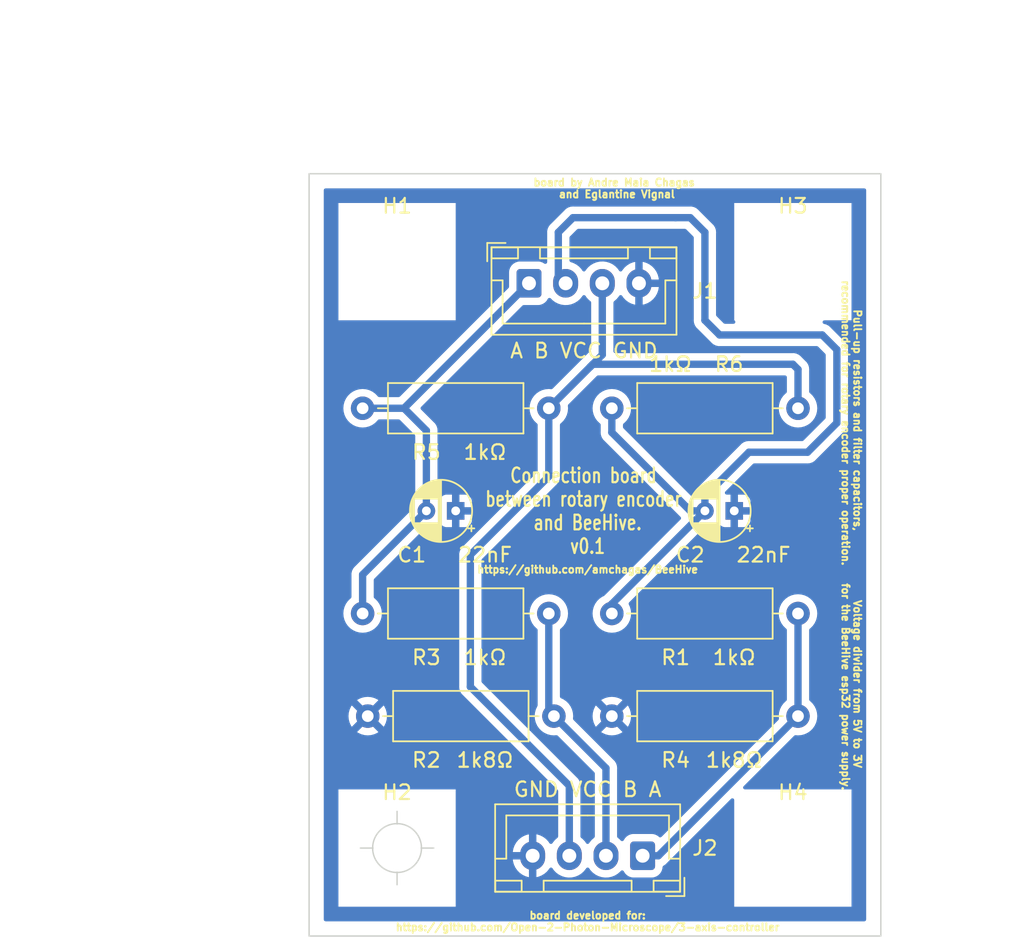
<source format=kicad_pcb>
(kicad_pcb (version 20211014) (generator pcbnew)
  (title_block (title "Rotary Encoder Board") (date "10/08/2022"))
  (layers (0 "F.Cu" signal) (31 "B.Cu" signal) (34 "B.Paste" user) (35 "F.Paste" user) (36 "B.SilkS" user "B.Silkscreen") (37 "F.SilkS" user "F.Silkscreen") (38 "B.Mask" user) (39 "F.Mask" user) (44 "Edge.Cuts" user))
  (net 0 "")
  (net 1 "GND")
  (net 2 "Net-(C1-Pad2)")
  (net 3 "Net-(J1-Pad2)")
  (net 4 "+5V")
  (net 5 "Net-(J2-Pad1)")
  (net 6 "Net-(J2-Pad2)")
  (footprint "Resistor_THT:R_Axial_DIN0309_L9.0mm_D3.2mm_P12.70mm_Horizontal" (layer "F.Cu") (at 75.35 99 180)
    (fp_text reference "R1" (at 8.35 -3) (layer "F.SilkS"))
    (fp_text value "1kΩ" (at 4.35 -3) (layer "F.SilkS"))
    (fp_line (start 10.97 -1.72) (end 1.73 -1.72) (layer "F.SilkS") (width 0.12))
    (fp_line (start 1.73 -1.72) (end 1.73 1.72) (layer "F.SilkS") (width 0.12))
    (fp_line (start 10.97 1.72) (end 10.97 -1.72) (layer "F.SilkS") (width 0.12))
    (fp_line (start 1.04 0) (end 1.73 0) (layer "F.SilkS") (width 0.12))
    (fp_line (start 1.73 1.72) (end 10.97 1.72) (layer "F.SilkS") (width 0.12))
    (fp_line (start 11.66 0) (end 10.97 0) (layer "F.SilkS") (width 0.12))
    (pad "1" thru_hole circle (at 0 0 180) (size 1.6 1.6) (drill 0.8) (layers *.Cu *.Mask) (net 5 "Net-(J2-Pad1)"))
    (pad "2" thru_hole oval (at 12.7 0 180) (size 1.6 1.6) (drill 0.8) (layers *.Cu *.Mask) (net 3 "Net-(J1-Pad2)"))
  )
  (footprint "Capacitor_THT:CP_Radial_D4.0mm_P2.00mm" (layer "F.Cu") (at 71 92 180)
    (fp_text reference "C2" (at 3 -3) (layer "F.SilkS"))
    (fp_text value "22nF" (at -2 -3) (layer "F.SilkS"))
    (fp_line (start 1.04 -2.08) (end 1.04 2.08) (layer "F.SilkS") (width 0.12))
    (fp_line (start 1.24 -2.067) (end 1.24 -0.84) (layer "F.SilkS") (width 0.12))
    (fp_line (start 2.201 0.84) (end 2.201 1.708) (layer "F.SilkS") (width 0.12))
    (fp_line (start 1.801 0.84) (end 1.801 1.924) (layer "F.SilkS") (width 0.12))
    (fp_line (start 2.441 -1.516) (end 2.441 -0.84) (layer "F.SilkS") (width 0.12))
    (fp_line (start 2.601 0.84) (end 2.601 1.351) (layer "F.SilkS") (width 0.12))
    (fp_line (start 2.321 0.84) (end 2.321 1.619) (layer "F.SilkS") (width 0.12))
    (fp_line (start 1.08 -2.079) (end 1.08 2.079) (layer "F.SilkS") (width 0.12))
    (fp_line (start 2.721 0.84) (end 2.721 1.2) (layer "F.SilkS") (width 0.12))
    (fp_line (start 1.32 0.84) (end 1.32 2.056) (layer "F.SilkS") (width 0.12))
    (fp_line (start 1.12 -2.077) (end 1.12 2.077) (layer "F.SilkS") (width 0.12))
    (fp_line (start 2.681 0.84) (end 2.681 1.254) (layer "F.SilkS") (width 0.12))
    (fp_line (start 1.44 -2.034) (end 1.44 -0.84) (layer "F.SilkS") (width 0.12))
    (fp_line (start 1.64 -1.982) (end 1.64 -0.84) (layer "F.SilkS") (width 0.12))
    (fp_line (start 2.641 0.84) (end 2.641 1.304) (layer "F.SilkS") (width 0.12))
    (fp_line (start 1.68 -1.968) (end 1.68 -0.84) (layer "F.SilkS") (width 0.12))
    (fp_line (start -1.269801 -1.195) (end -0.869801 -1.195) (layer "F.SilkS") (width 0.12))
    (fp_line (start 2.041 0.84) (end 2.041 1.808) (layer "F.SilkS") (width 0.12))
    (fp_line (start 2.681 -1.254) (end 2.681 -0.84) (layer "F.SilkS") (width 0.12))
    (fp_line (start 1.721 0.84) (end 1.721 1.954) (layer "F.SilkS") (width 0.12))
    (fp_line (start 2.081 0.84) (end 2.081 1.785) (layer "F.SilkS") (width 0.12))
    (fp_line (start 1.36 0.84) (end 1.36 2.05) (layer "F.SilkS") (width 0.12))
    (fp_line (start 2.201 -1.708) (end 2.201 -0.84) (layer "F.SilkS") (width 0.12))
    (fp_line (start 2.761 -1.142) (end 2.761 -0.84) (layer "F.SilkS") (width 0.12))
    (fp_line (start 2.481 0.84) (end 2.481 1.478) (layer "F.SilkS") (width 0.12))
    (fp_line (start 1.48 -2.025) (end 1.48 -0.84) (layer "F.SilkS") (width 0.12))
    (fp_line (start 1.6 0.84) (end 1.6 1.994) (layer "F.SilkS") (width 0.12))
    (fp_line (start 1.961 0.84) (end 1.961 1.851) (layer "F.SilkS") (width 0.12))
    (fp_line (start 3.081 -0.37) (end 3.081 0.37) (layer "F.SilkS") (width 0.12))
    (fp_line (start 1 -2.08) (end 1 2.08) (layer "F.SilkS") (width 0.12))
    (fp_line (start 2.401 -1.552) (end 2.401 -0.84) (layer "F.SilkS") (width 0.12))
    (fp_line (start 2.721 -1.2) (end 2.721 -0.84) (layer "F.SilkS") (width 0.12))
    (fp_line (start 1.52 0.84) (end 1.52 2.016) (layer "F.SilkS") (width 0.12))
    (fp_line (start 1.28 0.84) (end 1.28 2.062) (layer "F.SilkS") (width 0.12))
    (fp_line (start 1.921 -1.87) (end 1.921 -0.84) (layer "F.SilkS") (width 0.12))
    (fp_line (start 2.641 -1.304) (end 2.641 -0.84) (layer "F.SilkS") (width 0.12))
    (fp_line (start 1.961 -1.851) (end 1.961 -0.84) (layer "F.SilkS") (width 0.12))
    (fp_line (start 2.761 0.84) (end 2.761 1.142) (layer "F.SilkS") (width 0.12))
    (fp_line (start 1.44 0.84) (end 1.44 2.034) (layer "F.SilkS") (width 0.12))
    (fp_line (start 2.001 -1.83) (end 2.001 -0.84) (layer "F.SilkS") (width 0.12))
    (fp_line (start 1.841 -1.907) (end 1.841 -0.84) (layer "F.SilkS") (width 0.12))
    (fp_line (start 2.801 0.84) (end 2.801 1.08) (layer "F.SilkS") (width 0.12))
    (fp_line (start 2.121 0.84) (end 2.121 1.76) (layer "F.SilkS") (width 0.12))
    (fp_line (start 2.801 -1.08) (end 2.801 -0.84) (layer "F.SilkS") (width 0.12))
    (fp_line (start 1.801 -1.924) (end 1.801 -0.84) (layer "F.SilkS") (width 0.12))
    (fp_line (start 1.881 0.84) (end 1.881 1.889) (layer "F.SilkS") (width 0.12))
    (fp_line (start 2.881 -0.94) (end 2.881 0.94) (layer "F.SilkS") (width 0.12))
    (fp_line (start 2.361 0.84) (end 2.361 1.587) (layer "F.SilkS") (width 0.12))
    (fp_line (start 1.36 -2.05) (end 1.36 -0.84) (layer "F.SilkS") (width 0.12))
    (fp_line (start 1.6 -1.994) (end 1.6 -0.84) (layer "F.SilkS") (width 0.12))
    (fp_line (start 3.041 -0.537) (end 3.041 0.537) (layer "F.SilkS") (width 0.12))
    (fp_line (start 1.56 -2.005) (end 1.56 -0.84) (layer "F.SilkS") (width 0.12))
    (fp_line (start 2.961 -0.768) (end 2.961 0.768) (layer "F.SilkS") (width 0.12))
    (fp_line (start 2.441 0.84) (end 2.441 1.516) (layer "F.SilkS") (width 0.12))
    (fp_line (start 1.2 -2.071) (end 1.2 -0.84) (layer "F.SilkS") (width 0.12))
    (fp_line (start 1.4 0.84) (end 1.4 2.042) (layer "F.SilkS") (width 0.12))
    (fp_line (start 1.761 0.84) (end 1.761 1.94) (layer "F.SilkS") (width 0.12))
    (fp_line (start 2.561 -1.396) (end 2.561 -0.84) (layer "F.SilkS") (width 0.12))
    (fp_line (start 2.281 -1.65) (end 2.281 -0.84) (layer "F.SilkS") (width 0.12))
    (fp_line (start 2.601 -1.351) (end 2.601 -0.84) (layer "F.SilkS") (width 0.12))
    (fp_line (start 1.32 -2.056) (end 1.32 -0.84) (layer "F.SilkS") (width 0.12))
    (fp_line (start 2.081 -1.785) (end 2.081 -0.84) (layer "F.SilkS") (width 0.12))
    (fp_line (start 2.361 -1.587) (end 2.361 -0.84) (layer "F.SilkS") (width 0.12))
    (fp_line (start 1.28 -2.062) (end 1.28 -0.84) (layer "F.SilkS") (width 0.12))
    (fp_line (start 1.881 -1.889) (end 1.881 -0.84) (layer "F.SilkS") (width 0.12))
    (fp_line (start 2.921 -0.859) (end 2.921 0.859) (layer "F.SilkS") (width 0.12))
    (fp_line (start 2.241 -1.68) (end 2.241 -0.84) (layer "F.SilkS") (width 0.12))
    (fp_line (start 1.2 0.84) (end 1.2 2.071) (layer "F.SilkS") (width 0.12))
    (fp_line (start 1.48 0.84) (end 1.48 2.025) (layer "F.SilkS") (width 0.12))
    (fp_line (start 1.64 0.84) (end 1.64 1.982) (layer "F.SilkS") (width 0.12))
    (fp_line (start 1.921 0.84) (end 1.921 1.87) (layer "F.SilkS") (width 0.12))
    (fp_line (start 1.16 -2.074) (end 1.16 2.074) (layer "F.SilkS") (width 0.12))
    (fp_line (start 2.161 -1.735) (end 2.161 -0.84) (layer "F.SilkS") (width 0.12))
    (fp_line (start 1.24 0.84) (end 1.24 2.067) (layer "F.SilkS") (width 0.12))
    (fp_line (start 2.281 0.84) (end 2.281 1.65) (layer "F.SilkS") (width 0.12))
    (fp_line (start 2.521 -1.438) (end 2.521 -0.84) (layer "F.SilkS") (width 0.12))
    (fp_line (start 2.841 -1.013) (end 2.841 1.013) (layer "F.SilkS") (width 0.12))
    (fp_line (start 3.001 -0.664) (end 3.001 0.664) (layer "F.SilkS") (width 0.12))
    (fp_line (start 2.001 0.84) (end 2.001 1.83) (layer "F.SilkS") (width 0.12))
    (fp_line (start 1.52 -2.016) (end 1.52 -0.84) (layer "F.SilkS") (width 0.12))
    (fp_line (start 2.161 0.84) (end 2.161 1.735) (layer "F.SilkS") (width 0.12))
    (fp_line (start 1.56 0.84) (end 1.56 2.005) (layer "F.SilkS") (width 0.12))
    (fp_line (start 2.481 -1.478) (end 2.481 -0.84) (layer "F.SilkS") (width 0.12))
    (fp_line (start 2.561 0.84) (end 2.561 1.396) (layer "F.SilkS") (width 0.12))
    (fp_line (start 2.521 0.84) (end 2.521 1.438) (layer "F.SilkS") (width 0.12))
    (fp_line (start 1.841 0.84) (end 1.841 1.907) (layer "F.SilkS") (width 0.12))
    (fp_line (start 2.241 0.84) (end 2.241 1.68) (layer "F.SilkS") (width 0.12))
    (fp_line (start 2.401 0.84) (end 2.401 1.552) (layer "F.SilkS") (width 0.12))
    (fp_line (start 2.321 -1.619) (end 2.321 -0.84) (layer "F.SilkS") (width 0.12))
    (fp_line (start 2.041 -1.808) (end 2.041 -0.84) (layer "F.SilkS") (width 0.12))
    (fp_line (start 1.68 0.84) (end 1.68 1.968) (layer "F.SilkS") (width 0.12))
    (fp_line (start 1.4 -2.042) (end 1.4 -0.84) (layer "F.SilkS") (width 0.12))
    (fp_line (start -1.069801 -1.395) (end -1.069801 -0.995) (layer "F.SilkS") (width 0.12))
    (fp_line (start 2.121 -1.76) (end 2.121 -0.84) (layer "F.SilkS") (width 0.12))
    (fp_line (start 1.721 -1.954) (end 1.721 -0.84) (layer "F.SilkS") (width 0.12))
    (fp_line (start 1.761 -1.94) (end 1.761 -0.84) (layer "F.SilkS") (width 0.12))
    (fp_circle (center 1 0) (end 3.12 0) (layer "F.SilkS") (width 0.12) (fill none))
    (pad "1" thru_hole rect (at 0 0 180) (size 1.2 1.2) (drill 0.6) (layers *.Cu *.Mask) (net 1 "GND"))
    (pad "2" thru_hole circle (at 2 0 180) (size 1.2 1.2) (drill 0.6) (layers *.Cu *.Mask) (net 3 "Net-(J1-Pad2)"))
  )
  (footprint "Connector_JST:JST_XH_B4B-XH-A_1x04_P2.50mm_Vertical" (layer "F.Cu") (at 64.75 115.525 180)
    (fp_text reference "J2" (at -4.25 0.525) (layer "F.SilkS"))
    (fp_text value "GND VCC B A" (at 3.75 4.525) (layer "F.SilkS"))
    (fp_line (start 0.75 -2.45) (end 0.75 -1.7) (layer "F.SilkS") (width 0.12))
    (fp_line (start -1.6 -2.75) (end -2.85 -2.75) (layer "F.SilkS") (width 0.12))
    (fp_line (start -0.75 -1.7) (end -0.75 -2.45) (layer "F.SilkS") (width 0.12))
    (fp_line (start 9.3 2.75) (end 3.75 2.75) (layer "F.SilkS") (width 0.12))
    (fp_line (start -2.56 -2.46) (end -2.56 3.51) (layer "F.SilkS") (width 0.12))
    (fp_line (start -2.56 3.51) (end 10.06 3.51) (layer "F.SilkS") (width 0.12))
    (fp_line (start -2.55 -1.7) (end -0.75 -1.7) (layer "F.SilkS") (width 0.12))
    (fp_line (start 10.05 -0.2) (end 9.3 -0.2) (layer "F.SilkS") (width 0.12))
    (fp_line (start -1.8 -0.2) (end -1.8 2.75) (layer "F.SilkS") (width 0.12))
    (fp_line (start 6.75 -1.7) (end 6.75 -2.45) (layer "F.SilkS") (width 0.12))
    (fp_line (start 10.05 -1.7) (end 10.05 -2.45) (layer "F.SilkS") (width 0.12))
    (fp_line (start 10.05 -2.45) (end 8.25 -2.45) (layer "F.SilkS") (width 0.12))
    (fp_line (start 10.06 3.51) (end 10.06 -2.46) (layer "F.SilkS") (width 0.12))
    (fp_line (start 8.25 -2.45) (end 8.25 -1.7) (layer "F.SilkS") (width 0.12))
    (fp_line (start 9.3 -0.2) (end 9.3 2.75) (layer "F.SilkS") (width 0.12))
    (fp_line (start 8.25 -1.7) (end 10.05 -1.7) (layer "F.SilkS") (width 0.12))
    (fp_line (start -2.85 -2.75) (end -2.85 -1.5) (layer "F.SilkS") (width 0.12))
    (fp_line (start 0.75 -1.7) (end 6.75 -1.7) (layer "F.SilkS") (width 0.12))
    (fp_line (start -0.75 -2.45) (end -2.55 -2.45) (layer "F.SilkS") (width 0.12))
    (fp_line (start 6.75 -2.45) (end 0.75 -2.45) (layer "F.SilkS") (width 0.12))
    (fp_line (start 10.06 -2.46) (end -2.56 -2.46) (layer "F.SilkS") (width 0.12))
    (fp_line (start -2.55 -0.2) (end -1.8 -0.2) (layer "F.SilkS") (width 0.12))
    (fp_line (start -2.55 -2.45) (end -2.55 -1.7) (layer "F.SilkS") (width 0.12))
    (fp_line (start -1.8 2.75) (end 3.75 2.75) (layer "F.SilkS") (width 0.12))
    (pad "1" thru_hole roundrect (at 0 0 180) (size 1.7 1.95) (drill 0.95) (layers *.Cu *.Mask) (roundrect_rratio 0.1470588235) (net 5 "Net-(J2-Pad1)"))
    (pad "2" thru_hole oval (at 2.5 0 180) (size 1.7 1.95) (drill 0.95) (layers *.Cu *.Mask) (net 6 "Net-(J2-Pad2)"))
    (pad "3" thru_hole oval (at 5 0 180) (size 1.7 1.95) (drill 0.95) (layers *.Cu *.Mask) (net 4 "+5V"))
    (pad "4" thru_hole oval (at 7.5 0 180) (size 1.7 1.95) (drill 0.95) (layers *.Cu *.Mask) (net 1 "GND"))
  )
  (footprint "Resistor_THT:R_Axial_DIN0309_L9.0mm_D3.2mm_P12.70mm_Horizontal" (layer "F.Cu") (at 46 106)
    (fp_text reference "R2" (at 4 3) (layer "F.SilkS"))
    (fp_text value "1k8Ω" (at 8 3) (layer "F.SilkS"))
    (fp_line (start 1.73 1.72) (end 10.97 1.72) (layer "F.SilkS") (width 0.12))
    (fp_line (start 10.97 -1.72) (end 1.73 -1.72) (layer "F.SilkS") (width 0.12))
    (fp_line (start 10.97 1.72) (end 10.97 -1.72) (layer "F.SilkS") (width 0.12))
    (fp_line (start 11.66 0) (end 10.97 0) (layer "F.SilkS") (width 0.12))
    (fp_line (start 1.73 -1.72) (end 1.73 1.72) (layer "F.SilkS") (width 0.12))
    (fp_line (start 1.04 0) (end 1.73 0) (layer "F.SilkS") (width 0.12))
    (pad "1" thru_hole circle (at 0 0) (size 1.6 1.6) (drill 0.8) (layers *.Cu *.Mask) (net 1 "GND"))
    (pad "2" thru_hole oval (at 12.7 0) (size 1.6 1.6) (drill 0.8) (layers *.Cu *.Mask) (net 6 "Net-(J2-Pad2)"))
  )
  (footprint "Capacitor_THT:CP_Radial_D4.0mm_P2.00mm" (layer "F.Cu") (at 52 92 180)
    (fp_text reference "C1" (at 3 -3) (layer "F.SilkS"))
    (fp_text value "22nF" (at -2 -3) (layer "F.SilkS"))
    (fp_line (start 2.441 0.84) (end 2.441 1.516) (layer "F.SilkS") (width 0.12))
    (fp_line (start 1.56 0.84) (end 1.56 2.005) (layer "F.SilkS") (width 0.12))
    (fp_line (start 1.841 0.84) (end 1.841 1.907) (layer "F.SilkS") (width 0.12))
    (fp_line (start 2.401 -1.552) (end 2.401 -0.84) (layer "F.SilkS") (width 0.12))
    (fp_line (start 1.48 -2.025) (end 1.48 -0.84) (layer "F.SilkS") (width 0.12))
    (fp_line (start 1.761 -1.94) (end 1.761 -0.84) (layer "F.SilkS") (width 0.12))
    (fp_line (start 2.161 0.84) (end 2.161 1.735) (layer "F.SilkS") (width 0.12))
    (fp_line (start 1.44 -2.034) (end 1.44 -0.84) (layer "F.SilkS") (width 0.12))
    (fp_line (start 2.081 0.84) (end 2.081 1.785) (layer "F.SilkS") (width 0.12))
    (fp_line (start 2.721 0.84) (end 2.721 1.2) (layer "F.SilkS") (width 0.12))
    (fp_line (start 1.52 0.84) (end 1.52 2.016) (layer "F.SilkS") (width 0.12))
    (fp_line (start 2.121 -1.76) (end 2.121 -0.84) (layer "F.SilkS") (width 0.12))
    (fp_line (start 2.681 0.84) (end 2.681 1.254) (layer "F.SilkS") (width 0.12))
    (fp_line (start 1.2 -2.071) (end 1.2 -0.84) (layer "F.SilkS") (width 0.12))
    (fp_line (start 1.08 -2.079) (end 1.08 2.079) (layer "F.SilkS") (width 0.12))
    (fp_line (start 2.801 0.84) (end 2.801 1.08) (layer "F.SilkS") (width 0.12))
    (fp_line (start 2.681 -1.254) (end 2.681 -0.84) (layer "F.SilkS") (width 0.12))
    (fp_line (start 2.801 -1.08) (end 2.801 -0.84) (layer "F.SilkS") (width 0.12))
    (fp_line (start 1.68 -1.968) (end 1.68 -0.84) (layer "F.SilkS") (width 0.12))
    (fp_line (start 2.761 -1.142) (end 2.761 -0.84) (layer "F.SilkS") (width 0.12))
    (fp_line (start 2.001 -1.83) (end 2.001 -0.84) (layer "F.SilkS") (width 0.12))
    (fp_line (start 1.721 0.84) (end 1.721 1.954) (layer "F.SilkS") (width 0.12))
    (fp_line (start 2.321 0.84) (end 2.321 1.619) (layer "F.SilkS") (width 0.12))
    (fp_line (start 2.641 0.84) (end 2.641 1.304) (layer "F.SilkS") (width 0.12))
    (fp_line (start -1.069801 -1.395) (end -1.069801 -0.995) (layer "F.SilkS") (width 0.12))
    (fp_line (start 1.36 0.84) (end 1.36 2.05) (layer "F.SilkS") (width 0.12))
    (fp_line (start 1.2 0.84) (end 1.2 2.071) (layer "F.SilkS") (width 0.12))
    (fp_line (start 1.28 0.84) (end 1.28 2.062) (layer "F.SilkS") (width 0.12))
    (fp_line (start 1.12 -2.077) (end 1.12 2.077) (layer "F.SilkS") (width 0.12))
    (fp_line (start 3.081 -0.37) (end 3.081 0.37) (layer "F.SilkS") (width 0.12))
    (fp_line (start 2.881 -0.94) (end 2.881 0.94) (layer "F.SilkS") (width 0.12))
    (fp_line (start 1.56 -2.005) (end 1.56 -0.84) (layer "F.SilkS") (width 0.12))
    (fp_line (start 1.921 -1.87) (end 1.921 -0.84) (layer "F.SilkS") (width 0.12))
    (fp_line (start 1.24 0.84) (end 1.24 2.067) (layer "F.SilkS") (width 0.12))
    (fp_line (start 1.64 0.84) (end 1.64 1.982) (layer "F.SilkS") (width 0.12))
    (fp_line (start 2.201 -1.708) (end 2.201 -0.84) (layer "F.SilkS") (width 0.12))
    (fp_line (start 2.481 -1.478) (end 2.481 -0.84) (layer "F.SilkS") (width 0.12))
    (fp_line (start 2.921 -0.859) (end 2.921 0.859) (layer "F.SilkS") (width 0.12))
    (fp_line (start 1.881 0.84) (end 1.881 1.889) (layer "F.SilkS") (width 0.12))
    (fp_line (start 1.961 0.84) (end 1.961 1.851) (layer "F.SilkS") (width 0.12))
    (fp_line (start 2.041 0.84) (end 2.041 1.808) (layer "F.SilkS") (width 0.12))
    (fp_line (start 1.761 0.84) (end 1.761 1.94) (layer "F.SilkS") (width 0.12))
    (fp_line (start 2.521 -1.438) (end 2.521 -0.84) (layer "F.SilkS") (width 0.12))
    (fp_line (start -1.269801 -1.195) (end -0.869801 -1.195) (layer "F.SilkS") (width 0.12))
    (fp_line (start 2.361 -1.587) (end 2.361 -0.84) (layer "F.SilkS") (width 0.12))
    (fp_line (start 1.44 0.84) (end 1.44 2.034) (layer "F.SilkS") (width 0.12))
    (fp_line (start 2.081 -1.785) (end 2.081 -0.84) (layer "F.SilkS") (width 0.12))
    (fp_line (start 2.721 -1.2) (end 2.721 -0.84) (layer "F.SilkS") (width 0.12))
    (fp_line (start 1.16 -2.074) (end 1.16 2.074) (layer "F.SilkS") (width 0.12))
    (fp_line (start 2.441 -1.516) (end 2.441 -0.84) (layer "F.SilkS") (width 0.12))
    (fp_line (start 2.641 -1.304) (end 2.641 -0.84) (layer "F.SilkS") (width 0.12))
    (fp_line (start 2.401 0.84) (end 2.401 1.552) (layer "F.SilkS") (width 0.12))
    (fp_line (start 3.041 -0.537) (end 3.041 0.537) (layer "F.SilkS") (width 0.12))
    (fp_line (start 2.361 0.84) (end 2.361 1.587) (layer "F.SilkS") (width 0.12))
    (fp_line (start 2.241 -1.68) (end 2.241 -0.84) (layer "F.SilkS") (width 0.12))
    (fp_line (start 2.241 0.84) (end 2.241 1.68) (layer "F.SilkS") (width 0.12))
    (fp_line (start 1.841 -1.907) (end 1.841 -0.84) (layer "F.SilkS") (width 0.12))
    (fp_line (start 1.801 0.84) (end 1.801 1.924) (layer "F.SilkS") (width 0.12))
    (fp_line (start 2.521 0.84) (end 2.521 1.438) (layer "F.SilkS") (width 0.12))
    (fp_line (start 1.04 -2.08) (end 1.04 2.08) (layer "F.SilkS") (width 0.12))
    (fp_line (start 2.841 -1.013) (end 2.841 1.013) (layer "F.SilkS") (width 0.12))
    (fp_line (start 2.561 -1.396) (end 2.561 -0.84) (layer "F.SilkS") (width 0.12))
    (fp_line (start 2.281 -1.65) (end 2.281 -0.84) (layer "F.SilkS") (width 0.12))
    (fp_line (start 1.4 -2.042) (end 1.4 -0.84) (layer "F.SilkS") (width 0.12))
    (fp_line (start 1.68 0.84) (end 1.68 1.968) (layer "F.SilkS") (width 0.12))
    (fp_line (start 1.921 0.84) (end 1.921 1.87) (layer "F.SilkS") (width 0.12))
    (fp_line (start 1.32 -2.056) (end 1.32 -0.84) (layer "F.SilkS") (width 0.12))
    (fp_line (start 2.321 -1.619) (end 2.321 -0.84) (layer "F.SilkS") (width 0.12))
    (fp_line (start 2.001 0.84) (end 2.001 1.83) (layer "F.SilkS") (width 0.12))
    (fp_line (start 2.961 -0.768) (end 2.961 0.768) (layer "F.SilkS") (width 0.12))
    (fp_line (start 1.721 -1.954) (end 1.721 -0.84) (layer "F.SilkS") (width 0.12))
    (fp_line (start 1.961 -1.851) (end 1.961 -0.84) (layer "F.SilkS") (width 0.12))
    (fp_line (start 1.36 -2.05) (end 1.36 -0.84) (layer "F.SilkS") (width 0.12))
    (fp_line (start 1 -2.08) (end 1 2.08) (layer "F.SilkS") (width 0.12))
    (fp_line (start 1.48 0.84) (end 1.48 2.025) (layer "F.SilkS") (width 0.12))
    (fp_line (start 2.561 0.84) (end 2.561 1.396) (layer "F.SilkS") (width 0.12))
    (fp_line (start 2.121 0.84) (end 2.121 1.76) (layer "F.SilkS") (width 0.12))
    (fp_line (start 1.801 -1.924) (end 1.801 -0.84) (layer "F.SilkS") (width 0.12))
    (fp_line (start 1.52 -2.016) (end 1.52 -0.84) (layer "F.SilkS") (width 0.12))
    (fp_line (start 2.281 0.84) (end 2.281 1.65) (layer "F.SilkS") (width 0.12))
    (fp_line (start 3.001 -0.664) (end 3.001 0.664) (layer "F.SilkS") (width 0.12))
    (fp_line (start 1.4 0.84) (end 1.4 2.042) (layer "F.SilkS") (width 0.12))
    (fp_line (start 2.201 0.84) (end 2.201 1.708) (layer "F.SilkS") (width 0.12))
    (fp_line (start 1.881 -1.889) (end 1.881 -0.84) (layer "F.SilkS") (width 0.12))
    (fp_line (start 2.161 -1.735) (end 2.161 -0.84) (layer "F.SilkS") (width 0.12))
    (fp_line (start 1.28 -2.062) (end 1.28 -0.84) (layer "F.SilkS") (width 0.12))
    (fp_line (start 2.601 -1.351) (end 2.601 -0.84) (layer "F.SilkS") (width 0.12))
    (fp_line (start 2.601 0.84) (end 2.601 1.351) (layer "F.SilkS") (width 0.12))
    (fp_line (start 1.32 0.84) (end 1.32 2.056) (layer "F.SilkS") (width 0.12))
    (fp_line (start 2.041 -1.808) (end 2.041 -0.84) (layer "F.SilkS") (width 0.12))
    (fp_line (start 1.64 -1.982) (end 1.64 -0.84) (layer "F.SilkS") (width 0.12))
    (fp_line (start 2.481 0.84) (end 2.481 1.478) (layer "F.SilkS") (width 0.12))
    (fp_line (start 1.6 -1.994) (end 1.6 -0.84) (layer "F.SilkS") (width 0.12))
    (fp_line (start 2.761 0.84) (end 2.761 1.142) (layer "F.SilkS") (width 0.12))
    (fp_line (start 1.24 -2.067) (end 1.24 -0.84) (layer "F.SilkS") (width 0.12))
    (fp_line (start 1.6 0.84) (end 1.6 1.994) (layer "F.SilkS") (width 0.12))
    (fp_circle (center 1 0) (end 3.12 0) (layer "F.SilkS") (width 0.12) (fill none))
    (pad "1" thru_hole rect (at 0 0 180) (size 1.2 1.2) (drill 0.6) (layers *.Cu *.Mask) (net 1 "GND"))
    (pad "2" thru_hole circle (at 2 0 180) (size 1.2 1.2) (drill 0.6) (layers *.Cu *.Mask) (net 2 "Net-(C1-Pad2)"))
  )
  (footprint "Resistor_THT:R_Axial_DIN0309_L9.0mm_D3.2mm_P12.70mm_Horizontal" (layer "F.Cu") (at 62.65 85)
    (fp_text reference "R6" (at 8 -3) (layer "F.SilkS"))
    (fp_text value "1kΩ" (at 4 -3) (layer "F.SilkS"))
    (fp_line (start 10.97 1.72) (end 10.97 -1.72) (layer "F.SilkS") (width 0.12))
    (fp_line (start 11.66 0) (end 10.97 0) (layer "F.SilkS") (width 0.12))
    (fp_line (start 1.04 0) (end 1.73 0) (layer "F.SilkS") (width 0.12))
    (fp_line (start 10.97 -1.72) (end 1.73 -1.72) (layer "F.SilkS") (width 0.12))
    (fp_line (start 1.73 1.72) (end 10.97 1.72) (layer "F.SilkS") (width 0.12))
    (fp_line (start 1.73 -1.72) (end 1.73 1.72) (layer "F.SilkS") (width 0.12))
    (pad "1" thru_hole circle (at 0 0) (size 1.6 1.6) (drill 0.8) (layers *.Cu *.Mask) (net 3 "Net-(J1-Pad2)"))
    (pad "2" thru_hole oval (at 12.7 0) (size 1.6 1.6) (drill 0.8) (layers *.Cu *.Mask) (net 4 "+5V"))
  )
  (footprint "Resistor_THT:R_Axial_DIN0309_L9.0mm_D3.2mm_P12.70mm_Horizontal" (layer "F.Cu") (at 58.35 99 180)
    (fp_text reference "R3" (at 8.35 -3) (layer "F.SilkS"))
    (fp_text value "1kΩ" (at 4.35 -3) (layer "F.SilkS"))
    (fp_line (start 10.97 -1.72) (end 1.73 -1.72) (layer "F.SilkS") (width 0.12))
    (fp_line (start 1.73 -1.72) (end 1.73 1.72) (layer "F.SilkS") (width 0.12))
    (fp_line (start 1.04 0) (end 1.73 0) (layer "F.SilkS") (width 0.12))
    (fp_line (start 1.73 1.72) (end 10.97 1.72) (layer "F.SilkS") (width 0.12))
    (fp_line (start 10.97 1.72) (end 10.97 -1.72) (layer "F.SilkS") (width 0.12))
    (fp_line (start 11.66 0) (end 10.97 0) (layer "F.SilkS") (width 0.12))
    (pad "1" thru_hole circle (at 0 0 180) (size 1.6 1.6) (drill 0.8) (layers *.Cu *.Mask) (net 6 "Net-(J2-Pad2)"))
    (pad "2" thru_hole oval (at 12.7 0 180) (size 1.6 1.6) (drill 0.8) (layers *.Cu *.Mask) (net 2 "Net-(C1-Pad2)"))
  )
  (footprint "MountingHole:MountingHole_3.2mm_M3_DIN965" (layer "F.Cu") (at 75 115)
    (fp_text reference "H4" (at 0 -3.8) (layer "F.SilkS"))
    (fp_text value "MountingHole")
    (pad "" np_thru_hole circle (at 0 0) (size 3.2 3.2) (drill 3.2) (layers *.Cu *.Mask))
  )
  (footprint "MountingHole:MountingHole_3.2mm_M3_DIN965" (layer "F.Cu") (at 48 75)
    (fp_text reference "H1" (at 0 -3.8) (layer "F.SilkS"))
    (fp_text value "MountingHole")
    (pad "" np_thru_hole circle (at 0 0) (size 3.2 3.2) (drill 3.2) (layers *.Cu *.Mask))
  )
  (footprint "Resistor_THT:R_Axial_DIN0309_L9.0mm_D3.2mm_P12.70mm_Horizontal" (layer "F.Cu") (at 45.65 85)
    (fp_text reference "R5" (at 4.35 3) (layer "F.SilkS"))
    (fp_text value "1kΩ" (at 8.35 3) (layer "F.SilkS"))
    (fp_line (start 1.73 1.72) (end 10.97 1.72) (layer "F.SilkS") (width 0.12))
    (fp_line (start 10.97 -1.72) (end 1.73 -1.72) (layer "F.SilkS") (width 0.12))
    (fp_line (start 11.66 0) (end 10.97 0) (layer "F.SilkS") (width 0.12))
    (fp_line (start 10.97 1.72) (end 10.97 -1.72) (layer "F.SilkS") (width 0.12))
    (fp_line (start 1.73 -1.72) (end 1.73 1.72) (layer "F.SilkS") (width 0.12))
    (fp_line (start 1.04 0) (end 1.73 0) (layer "F.SilkS") (width 0.12))
    (pad "1" thru_hole circle (at 0 0) (size 1.6 1.6) (drill 0.8) (layers *.Cu *.Mask) (net 2 "Net-(C1-Pad2)"))
    (pad "2" thru_hole oval (at 12.7 0) (size 1.6 1.6) (drill 0.8) (layers *.Cu *.Mask) (net 4 "+5V"))
  )
  (footprint "Resistor_THT:R_Axial_DIN0309_L9.0mm_D3.2mm_P12.70mm_Horizontal" (layer "F.Cu") (at 62.65 106)
    (fp_text reference "R4" (at 4.35 3) (layer "F.SilkS"))
    (fp_text value "1k8Ω" (at 8.35 3) (layer "F.SilkS"))
    (fp_line (start 1.04 0) (end 1.73 0) (layer "F.SilkS") (width 0.12))
    (fp_line (start 10.97 -1.72) (end 1.73 -1.72) (layer "F.SilkS") (width 0.12))
    (fp_line (start 1.73 -1.72) (end 1.73 1.72) (layer "F.SilkS") (width 0.12))
    (fp_line (start 10.97 1.72) (end 10.97 -1.72) (layer "F.SilkS") (width 0.12))
    (fp_line (start 11.66 0) (end 10.97 0) (layer "F.SilkS") (width 0.12))
    (fp_line (start 1.73 1.72) (end 10.97 1.72) (layer "F.SilkS") (width 0.12))
    (pad "1" thru_hole circle (at 0 0) (size 1.6 1.6) (drill 0.8) (layers *.Cu *.Mask) (net 1 "GND"))
    (pad "2" thru_hole oval (at 12.7 0) (size 1.6 1.6) (drill 0.8) (layers *.Cu *.Mask) (net 5 "Net-(J2-Pad1)"))
  )
  (footprint "MountingHole:MountingHole_3.2mm_M3_DIN965" (layer "F.Cu") (at 48 115)
    (fp_text reference "H2" (at 0 -3.8) (layer "F.SilkS"))
    (fp_text value "MountingHole")
    (pad "" np_thru_hole circle (at 0 0) (size 3.2 3.2) (drill 3.2) (layers *.Cu *.Mask))
  )
  (footprint "Connector_JST:JST_XH_B4B-XH-A_1x04_P2.50mm_Vertical" (layer "F.Cu") (at 57 76.475)
    (fp_text reference "J1" (at 12 0.525) (layer "F.SilkS"))
    (fp_text value "A B VCC GND" (at 3.75 4.6) (layer "F.SilkS"))
    (fp_line (start -1.6 -2.75) (end -2.85 -2.75) (layer "F.SilkS") (width 0.12))
    (fp_line (start -2.56 3.51) (end 10.06 3.51) (layer "F.SilkS") (width 0.12))
    (fp_line (start -1.8 2.75) (end 3.75 2.75) (layer "F.SilkS") (width 0.12))
    (fp_line (start -2.85 -2.75) (end -2.85 -1.5) (layer "F.SilkS") (width 0.12))
    (fp_line (start 6.75 -2.45) (end 0.75 -2.45) (layer "F.SilkS") (width 0.12))
    (fp_line (start -0.75 -1.7) (end -0.75 -2.45) (layer "F.SilkS") (width 0.12))
    (fp_line (start 8.25 -1.7) (end 10.05 -1.7) (layer "F.SilkS") (width 0.12))
    (fp_line (start -2.55 -0.2) (end -1.8 -0.2) (layer "F.SilkS") (width 0.12))
    (fp_line (start 10.06 3.51) (end 10.06 -2.46) (layer "F.SilkS") (width 0.12))
    (fp_line (start 10.05 -1.7) (end 10.05 -2.45) (layer "F.SilkS") (width 0.12))
    (fp_line (start 6.75 -1.7) (end 6.75 -2.45) (layer "F.SilkS") (width 0.12))
    (fp_line (start -2.56 -2.46) (end -2.56 3.51) (layer "F.SilkS") (width 0.12))
    (fp_line (start -2.55 -2.45) (end -2.55 -1.7) (layer "F.SilkS") (width 0.12))
    (fp_line (start 10.05 -2.45) (end 8.25 -2.45) (layer "F.SilkS") (width 0.12))
    (fp_line (start 0.75 -2.45) (end 0.75 -1.7) (layer "F.SilkS") (width 0.12))
    (fp_line (start 9.3 -0.2) (end 9.3 2.75) (layer "F.SilkS") (width 0.12))
    (fp_line (start 10.06 -2.46) (end -2.56 -2.46) (layer "F.SilkS") (width 0.12))
    (fp_line (start -0.75 -2.45) (end -2.55 -2.45) (layer "F.SilkS") (width 0.12))
    (fp_line (start 9.3 2.75) (end 3.75 2.75) (layer "F.SilkS") (width 0.12))
    (fp_line (start 0.75 -1.7) (end 6.75 -1.7) (layer "F.SilkS") (width 0.12))
    (fp_line (start 8.25 -2.45) (end 8.25 -1.7) (layer "F.SilkS") (width 0.12))
    (fp_line (start -1.8 -0.2) (end -1.8 2.75) (layer "F.SilkS") (width 0.12))
    (fp_line (start -2.55 -1.7) (end -0.75 -1.7) (layer "F.SilkS") (width 0.12))
    (fp_line (start 10.05 -0.2) (end 9.3 -0.2) (layer "F.SilkS") (width 0.12))
    (pad "1" thru_hole roundrect (at 0 0) (size 1.7 1.95) (drill 0.95) (layers *.Cu *.Mask) (roundrect_rratio 0.1470588235) (net 2 "Net-(C1-Pad2)"))
    (pad "2" thru_hole oval (at 2.5 0) (size 1.7 1.95) (drill 0.95) (layers *.Cu *.Mask) (net 3 "Net-(J1-Pad2)"))
    (pad "3" thru_hole oval (at 5 0) (size 1.7 1.95) (drill 0.95) (layers *.Cu *.Mask) (net 4 "+5V"))
    (pad "4" thru_hole oval (at 7.5 0) (size 1.7 1.95) (drill 0.95) (layers *.Cu *.Mask) (net 1 "GND"))
  )
  (footprint "MountingHole:MountingHole_3.2mm_M3_DIN965" (layer "F.Cu") (at 75 75)
    (fp_text reference "H3" (at 0 -3.8) (layer "F.SilkS"))
    (fp_text value "MountingHole")
    (pad "" np_thru_hole circle (at 0 0) (size 3.2 3.2) (drill 3.2) (layers *.Cu *.Mask))
  )
  (gr_rect (start 42 69) (end 81 121) (layer "Edge.Cuts") (width 0.1) (fill none))
  (gr_text "Connection board \nbetween rotary encoder \nand BeeHive.\nv0.1" (at 61 92) (layer "F.SilkS") (effects (font (size 1 0.75))))
  (gr_text "Pull-up resistors and filter capacitors, \nrecommended for rotary encoder proper operation." (at 79 86 -90) (layer "F.SilkS") (effects (font (size 0.5 0.5) (thickness 0.125))))
  (gr_text "board developed for:\nhttps://github.com/Open-2-Photon-Microscope/3-axis-controller" (at 61 120) (layer "F.SilkS") (effects (font (size 0.5 0.5) (thickness 0.125))))
  (gr_text "board by Andre Maia Chagas \nand Eglantine Vignal" (at 63 70) (layer "F.SilkS") (effects (font (size 0.5 0.5) (thickness 0.125))))
  (gr_text "Voltage divider from 5V to 3V \nfor the BeeHive esp32 power supply." (at 79 104 -90) (layer "F.SilkS") (effects (font (size 0.5 0.5) (thickness 0.125))))
  (gr_text "https://github.com/amchagas/BeeHive" (at 61 96) (layer "F.SilkS") (effects (font (size 0.5 0.5) (thickness 0.125))))
  (target plus (at 48 115) (size 5) (width 0.1) (layer "Edge.Cuts"))
  (segment (start 57 76.475) (end 56.878554 76.475) (width 0.5) (layer "F.Cu") (net 2))
  (segment (start 57 76.475) (end 57 77) (width 0.5) (layer "F.Cu") (net 2))
  (segment (start 57 76.475) (end 48.475 85) (width 0.5) (layer "B.Cu") (net 2))
  (segment (start 50 92) (end 50 86.525) (width 0.5) (layer "B.Cu") (net 2))
  (segment (start 48.475 85) (end 45.65 85) (width 0.5) (layer "B.Cu") (net 2))
  (segment (start 45.65 96.35) (end 45.65 99) (width 0.5) (layer "B.Cu") (net 2))
  (segment (start 50 86.525) (end 48.475 85) (width 0.5) (layer "B.Cu") (net 2))
  (segment (start 57 76.475) (end 56.525 76.475) (width 0.5) (layer "B.Cu") (net 2))
  (segment (start 50 92) (end 45.65 96.35) (width 0.5) (layer "B.Cu") (net 2))
  (segment (start 62.65 98.35) (end 62.65 99) (width 0.5) (layer "F.Cu") (net 3))
  (segment (start 62.65 86.65) (end 68 92) (width 0.5) (layer "B.Cu") (net 3))
  (segment (start 69 91) (end 69 92) (width 0.5) (layer "B.Cu") (net 3))
  (segment (start 59.475 76.475) (end 59.5 76.475) (width 0.5) (layer "B.Cu") (net 3))
  (segment (start 69 73) (end 69 79) (width 0.5) (layer "B.Cu") (net 3))
  (segment (start 68 72) (end 69 73) (width 0.5) (layer "B.Cu") (net 3))
  (segment (start 72 88) (end 69 91) (width 0.5) (layer "B.Cu") (net 3))
  (segment (start 59 73) (end 59 76) (width 0.5) (layer "B.Cu") (net 3))
  (segment (start 67 72) (end 68 72) (width 0.5) (layer "B.Cu") (net 3))
  (segment (start 78 86) (end 76 88) (width 0.5) (layer "B.Cu") (net 3))
  (segment (start 62.65 85) (end 62.65 86.65) (width 0.5) (layer "B.Cu") (net 3))
  (segment (start 60 72) (end 59 73) (width 0.5) (layer "B.Cu") (net 3))
  (segment (start 59 76) (end 59.475 76.475) (width 0.5) (layer "B.Cu") (net 3))
  (segment (start 69 92) (end 62.65 98.35) (width 0.5) (layer "B.Cu") (net 3))
  (segment (start 78 81) (end 78 86) (width 0.5) (layer "B.Cu") (net 3))
  (segment (start 60 72) (end 67 72) (width 0.5) (layer "B.Cu") (net 3))
  (segment (start 68 92) (end 69 92) (width 0.5) (layer "B.Cu") (net 3))
  (segment (start 62.65 98.35) (end 62.65 99) (width 0.5) (layer "B.Cu") (net 3))
  (segment (start 70 80) (end 69 79) (width 0.5) (layer "B.Cu") (net 3))
  (segment (start 77 80) (end 70 80) (width 0.5) (layer "B.Cu") (net 3))
  (segment (start 78 81) (end 77 80) (width 0.5) (layer "B.Cu") (net 3))
  (segment (start 76 88) (end 72 88) (width 0.5) (layer "B.Cu") (net 3))
  (segment (start 62 76.475) (end 62 81.35) (width 0.5) (layer "B.Cu") (net 4))
  (segment (start 75 82) (end 61.35 82) (width 0.5) (layer "B.Cu") (net 4))
  (segment (start 62 81.35) (end 61.175 82.175) (width 0.5) (layer "B.Cu") (net 4))
  (segment (start 61.35 82) (end 61.175 82.175) (width 0.5) (layer "B.Cu") (net 4))
  (segment (start 75.35 85) (end 75.35 82.35) (width 0.5) (layer "B.Cu") (net 4))
  (segment (start 58.35 89.65) (end 58.35 85) (width 0.5) (layer "B.Cu") (net 4))
  (segment (start 75.35 82.35) (end 75 82) (width 0.5) (layer "B.Cu") (net 4))
  (segment (start 59.75 115.525) (end 59.75 110.75) (width 0.5) (layer "B.Cu") (net 4))
  (segment (start 53 104) (end 53 95) (width 0.5) (layer "B.Cu") (net 4))
  (segment (start 53 95) (end 58.35 89.65) (width 0.5) (layer "B.Cu") (net 4))
  (segment (start 59.75 110.75) (end 53 104) (width 0.5) (layer "B.Cu") (net 4))
  (segment (start 61.175 82.175) (end 58.35 85) (width 0.5) (layer "B.Cu") (net 4))
  (segment (start 75.35 99) (end 75.35 106) (width 0.5) (layer "B.Cu") (net 5))
  (segment (start 64.75 115.525) (end 65.825 115.525) (width 0.5) (layer "B.Cu") (net 5))
  (segment (start 65.825 115.525) (end 75.35 106) (width 0.5) (layer "B.Cu") (net 5))
  (segment (start 58.35 105.65) (end 58.7 106) (width 0.5) (layer "F.Cu") (net 6))
  (segment (start 62.25 109.55) (end 62.25 115.525) (width 0.5) (layer "B.Cu") (net 6))
  (segment (start 58.7 106) (end 62.25 109.55) (width 0.5) (layer "B.Cu") (net 6))
  (segment (start 58.35 105.65) (end 58.7 106) (width 0.5) (layer "B.Cu") (net 6))
  (segment (start 58.35 99) (end 58.35 105.65) (width 0.5) (layer "B.Cu") (net 6))
  (zone (net 0) (net_name "") (layers F&B.Cu) (connect_pads (clearance 0)) (min_thickness 0.254)
    (keepout (tracks not_allowed) (vias not_allowed) (pads not_allowed) (copperpour not_allowed) (footprints allowed))
    (fill (thermal_gap 0.508) (thermal_bridge_width 0.508))
    (polygon (pts (xy 79 79) (xy 71 79) (xy 71 71) (xy 79 71)))
  )
  (zone (net 0) (net_name "") (layers F&B.Cu) (connect_pads (clearance 0)) (min_thickness 0.254)
    (keepout (tracks not_allowed) (vias not_allowed) (pads not_allowed) (copperpour not_allowed) (footprints allowed))
    (fill (thermal_gap 0.508) (thermal_bridge_width 0.508))
    (polygon (pts (xy 52 79) (xy 44 79) (xy 44 71) (xy 52 71)))
  )
  (zone (net 0) (net_name "") (layers F&B.Cu) (connect_pads (clearance 0)) (min_thickness 0.254)
    (keepout (tracks not_allowed) (vias not_allowed) (pads not_allowed) (copperpour not_allowed) (footprints allowed))
    (fill (thermal_gap 0.508) (thermal_bridge_width 0.508))
    (polygon (pts (xy 79 119) (xy 71 119) (xy 71 111) (xy 79 111)))
  )
  (zone (net 0) (net_name "") (layers F&B.Cu) (connect_pads (clearance 0)) (min_thickness 0.254)
    (keepout (tracks not_allowed) (vias not_allowed) (pads not_allowed) (copperpour not_allowed) (footprints allowed))
    (fill (thermal_gap 0.508) (thermal_bridge_width 0.508))
    (polygon (pts (xy 52 119) (xy 44 119) (xy 44 111) (xy 52 111)))
  )
  (zone (net 1) (net_name "GND") (layer "B.Cu") (connect_pads (clearance 0.508)) (min_thickness 0.254) (fill yes (thermal_gap 0.508) (thermal_bridge_width 0.508))
    (polygon (pts (xy 80 120) (xy 43 120) (xy 43 70) (xy 80 70)))
  )
)
</source>
